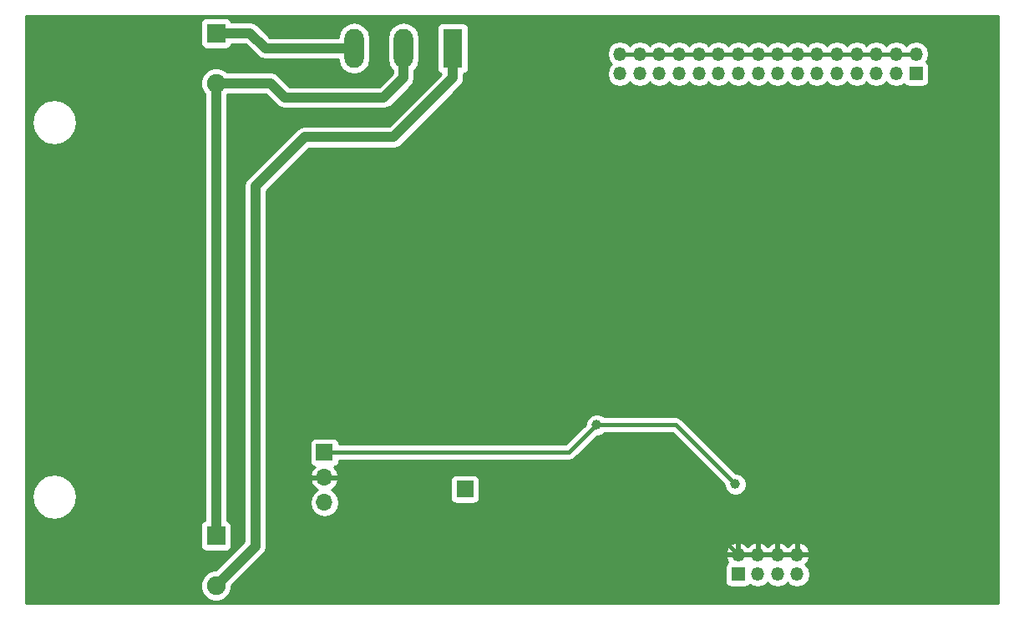
<source format=gbl>
G04 #@! TF.FileFunction,Copper,L2,Bot,Signal*
%FSLAX46Y46*%
G04 Gerber Fmt 4.6, Leading zero omitted, Abs format (unit mm)*
G04 Created by KiCad (PCBNEW 4.0.6) date 01/22/18 19:18:38*
%MOMM*%
%LPD*%
G01*
G04 APERTURE LIST*
%ADD10C,0.100000*%
%ADD11R,1.350000X1.350000*%
%ADD12O,1.350000X1.350000*%
%ADD13R,1.980000X3.960000*%
%ADD14O,1.980000X3.960000*%
%ADD15R,1.905000X1.905000*%
%ADD16C,1.905000*%
%ADD17R,1.700000X1.700000*%
%ADD18O,1.700000X1.700000*%
%ADD19C,1.000000*%
%ADD20C,0.400000*%
%ADD21C,1.000000*%
%ADD22C,0.254000*%
G04 APERTURE END LIST*
D10*
D11*
X234950000Y-99568000D03*
D12*
X234950000Y-97568000D03*
X232950000Y-99568000D03*
X232950000Y-97568000D03*
X230950000Y-99568000D03*
X230950000Y-97568000D03*
X228950000Y-99568000D03*
X228950000Y-97568000D03*
X226950000Y-99568000D03*
X226950000Y-97568000D03*
X224950000Y-99568000D03*
X224950000Y-97568000D03*
X222950000Y-99568000D03*
X222950000Y-97568000D03*
X220950000Y-99568000D03*
X220950000Y-97568000D03*
X218950000Y-99568000D03*
X218950000Y-97568000D03*
X216950000Y-99568000D03*
X216950000Y-97568000D03*
X214950000Y-99568000D03*
X214950000Y-97568000D03*
X212950000Y-99568000D03*
X212950000Y-97568000D03*
X210950000Y-99568000D03*
X210950000Y-97568000D03*
X208950000Y-99568000D03*
X208950000Y-97568000D03*
X206950000Y-99568000D03*
X206950000Y-97568000D03*
X204950000Y-99568000D03*
X204950000Y-97568000D03*
D11*
X216916000Y-150368000D03*
D12*
X216916000Y-148368000D03*
X218916000Y-150368000D03*
X218916000Y-148368000D03*
X220916000Y-150368000D03*
X220916000Y-148368000D03*
X222916000Y-150368000D03*
X222916000Y-148368000D03*
D13*
X188000000Y-97000000D03*
D14*
X183000000Y-97000000D03*
X178000000Y-97000000D03*
D15*
X164000000Y-95460000D03*
D16*
X164000000Y-100540000D03*
D15*
X164000000Y-146460000D03*
D16*
X164000000Y-151540000D03*
D17*
X189230000Y-141732000D03*
X175000000Y-138000000D03*
D18*
X175000000Y-140540000D03*
X175000000Y-143080000D03*
D19*
X189250000Y-129750000D03*
X185750000Y-135750000D03*
X200100000Y-140300000D03*
X224282000Y-142494000D03*
X224282000Y-139954000D03*
X208534000Y-145542000D03*
X216650000Y-141224000D03*
X202600000Y-135200000D03*
D20*
X185750000Y-133250000D02*
X185750000Y-135750000D01*
X189250000Y-129750000D02*
X185750000Y-133250000D01*
X172750000Y-138250000D02*
X172750000Y-139750000D01*
X173540000Y-140540000D02*
X175000000Y-140540000D01*
X172750000Y-139750000D02*
X173540000Y-140540000D01*
X172750000Y-136500000D02*
X172750000Y-138250000D01*
X172750000Y-138250000D02*
X172750000Y-138290000D01*
X173500000Y-135750000D02*
X172750000Y-136500000D01*
X175250000Y-135750000D02*
X173500000Y-135750000D01*
X175250000Y-135750000D02*
X175250000Y-135750000D01*
X185750000Y-135750000D02*
X175250000Y-135750000D01*
X205342000Y-145542000D02*
X208534000Y-145542000D01*
X200100000Y-140300000D02*
X205342000Y-145542000D01*
X224282000Y-142494000D02*
X224282000Y-142240000D01*
X222916000Y-143860000D02*
X222916000Y-148368000D01*
X224282000Y-142494000D02*
X222916000Y-143860000D01*
X224282000Y-139954000D02*
X224282000Y-142240000D01*
X224282000Y-142240000D02*
X224282000Y-142494000D01*
X210312000Y-145796000D02*
X214344000Y-145796000D01*
X208534000Y-145542000D02*
X208788000Y-145796000D01*
X208788000Y-145796000D02*
X210312000Y-145796000D01*
X214344000Y-145796000D02*
X216916000Y-148368000D01*
X175000000Y-138000000D02*
X199800000Y-138000000D01*
X199800000Y-138000000D02*
X202600000Y-135200000D01*
X210626000Y-135200000D02*
X202600000Y-135200000D01*
X210626000Y-135200000D02*
X216650000Y-141224000D01*
X232950000Y-97568000D02*
X234950000Y-97568000D01*
X230950000Y-97568000D02*
X232950000Y-97568000D01*
X228950000Y-97568000D02*
X230950000Y-97568000D01*
X226950000Y-97568000D02*
X228950000Y-97568000D01*
X224950000Y-97568000D02*
X226950000Y-97568000D01*
X222950000Y-97568000D02*
X224950000Y-97568000D01*
X220950000Y-97568000D02*
X222950000Y-97568000D01*
X218950000Y-97568000D02*
X220950000Y-97568000D01*
X216950000Y-97568000D02*
X218950000Y-97568000D01*
X214950000Y-97568000D02*
X216950000Y-97568000D01*
X212950000Y-97568000D02*
X214950000Y-97568000D01*
X210950000Y-97568000D02*
X212950000Y-97568000D01*
X208950000Y-97568000D02*
X210950000Y-97568000D01*
X206950000Y-97568000D02*
X208950000Y-97568000D01*
X204950000Y-97568000D02*
X206950000Y-97568000D01*
D21*
X188000000Y-97000000D02*
X188000000Y-100000000D01*
X168000000Y-147540000D02*
X164000000Y-151540000D01*
X168000000Y-111000000D02*
X168000000Y-147540000D01*
X173000000Y-106000000D02*
X168000000Y-111000000D01*
X182000000Y-106000000D02*
X173000000Y-106000000D01*
X188000000Y-100000000D02*
X182000000Y-106000000D01*
X183000000Y-97000000D02*
X183000000Y-100000000D01*
X169540000Y-100540000D02*
X164000000Y-100540000D01*
X171000000Y-102000000D02*
X169540000Y-100540000D01*
X181000000Y-102000000D02*
X171000000Y-102000000D01*
X183000000Y-100000000D02*
X181000000Y-102000000D01*
X164000000Y-100540000D02*
X164000000Y-146460000D01*
X178000000Y-97000000D02*
X169000000Y-97000000D01*
X167460000Y-95460000D02*
X164000000Y-95460000D01*
X169000000Y-97000000D02*
X167460000Y-95460000D01*
D22*
G36*
X243290000Y-153290000D02*
X144710000Y-153290000D01*
X144710000Y-151854388D01*
X162412225Y-151854388D01*
X162653398Y-152438072D01*
X163099579Y-152885032D01*
X163682841Y-153127224D01*
X164314388Y-153127775D01*
X164898072Y-152886602D01*
X165345032Y-152440421D01*
X165587224Y-151857159D01*
X165587485Y-151557647D01*
X167452132Y-149693000D01*
X215593560Y-149693000D01*
X215593560Y-151043000D01*
X215637838Y-151278317D01*
X215776910Y-151494441D01*
X215989110Y-151639431D01*
X216241000Y-151690440D01*
X217591000Y-151690440D01*
X217826317Y-151646162D01*
X218042441Y-151507090D01*
X218113683Y-151402823D01*
X218414685Y-151603946D01*
X218916000Y-151703664D01*
X219417315Y-151603946D01*
X219842310Y-151319974D01*
X219916000Y-151209689D01*
X219989690Y-151319974D01*
X220414685Y-151603946D01*
X220916000Y-151703664D01*
X221417315Y-151603946D01*
X221842310Y-151319974D01*
X221916000Y-151209689D01*
X221989690Y-151319974D01*
X222414685Y-151603946D01*
X222916000Y-151703664D01*
X223417315Y-151603946D01*
X223842310Y-151319974D01*
X224126282Y-150894979D01*
X224226000Y-150393664D01*
X224226000Y-150342336D01*
X224126282Y-149841021D01*
X223842310Y-149416026D01*
X223744490Y-149350665D01*
X223961349Y-149157540D01*
X224183920Y-148697402D01*
X224061090Y-148495000D01*
X223043000Y-148495000D01*
X223043000Y-148515000D01*
X222789000Y-148515000D01*
X222789000Y-148495000D01*
X221043000Y-148495000D01*
X221043000Y-148515000D01*
X220789000Y-148515000D01*
X220789000Y-148495000D01*
X219043000Y-148495000D01*
X219043000Y-148515000D01*
X218789000Y-148515000D01*
X218789000Y-148495000D01*
X217043000Y-148495000D01*
X217043000Y-148515000D01*
X216789000Y-148515000D01*
X216789000Y-148495000D01*
X215770910Y-148495000D01*
X215648080Y-148697402D01*
X215870651Y-149157540D01*
X215883160Y-149168680D01*
X215789559Y-149228910D01*
X215644569Y-149441110D01*
X215593560Y-149693000D01*
X167452132Y-149693000D01*
X168802566Y-148342566D01*
X168870430Y-148241000D01*
X169005671Y-148038598D01*
X215648080Y-148038598D01*
X215770910Y-148241000D01*
X216789000Y-148241000D01*
X216789000Y-147223776D01*
X217043000Y-147223776D01*
X217043000Y-148241000D01*
X218789000Y-148241000D01*
X218789000Y-147223776D01*
X219043000Y-147223776D01*
X219043000Y-148241000D01*
X220789000Y-148241000D01*
X220789000Y-147223776D01*
X221043000Y-147223776D01*
X221043000Y-148241000D01*
X222789000Y-148241000D01*
X222789000Y-147223776D01*
X223043000Y-147223776D01*
X223043000Y-148241000D01*
X224061090Y-148241000D01*
X224183920Y-148038598D01*
X223961349Y-147578460D01*
X223579633Y-147238522D01*
X223245400Y-147100090D01*
X223043000Y-147223776D01*
X222789000Y-147223776D01*
X222586600Y-147100090D01*
X222252367Y-147238522D01*
X221916000Y-147538074D01*
X221579633Y-147238522D01*
X221245400Y-147100090D01*
X221043000Y-147223776D01*
X220789000Y-147223776D01*
X220586600Y-147100090D01*
X220252367Y-147238522D01*
X219916000Y-147538074D01*
X219579633Y-147238522D01*
X219245400Y-147100090D01*
X219043000Y-147223776D01*
X218789000Y-147223776D01*
X218586600Y-147100090D01*
X218252367Y-147238522D01*
X217916000Y-147538074D01*
X217579633Y-147238522D01*
X217245400Y-147100090D01*
X217043000Y-147223776D01*
X216789000Y-147223776D01*
X216586600Y-147100090D01*
X216252367Y-147238522D01*
X215870651Y-147578460D01*
X215648080Y-148038598D01*
X169005671Y-148038598D01*
X169048603Y-147974346D01*
X169135000Y-147540000D01*
X169135000Y-143080000D01*
X173485907Y-143080000D01*
X173598946Y-143648285D01*
X173920853Y-144130054D01*
X174402622Y-144451961D01*
X174970907Y-144565000D01*
X175029093Y-144565000D01*
X175597378Y-144451961D01*
X176079147Y-144130054D01*
X176401054Y-143648285D01*
X176514093Y-143080000D01*
X176401054Y-142511715D01*
X176079147Y-142029946D01*
X175738447Y-141802298D01*
X175881358Y-141735183D01*
X176271645Y-141306924D01*
X176441476Y-140896890D01*
X176433619Y-140882000D01*
X187732560Y-140882000D01*
X187732560Y-142582000D01*
X187776838Y-142817317D01*
X187915910Y-143033441D01*
X188128110Y-143178431D01*
X188380000Y-143229440D01*
X190080000Y-143229440D01*
X190315317Y-143185162D01*
X190531441Y-143046090D01*
X190676431Y-142833890D01*
X190727440Y-142582000D01*
X190727440Y-140882000D01*
X190683162Y-140646683D01*
X190544090Y-140430559D01*
X190331890Y-140285569D01*
X190080000Y-140234560D01*
X188380000Y-140234560D01*
X188144683Y-140278838D01*
X187928559Y-140417910D01*
X187783569Y-140630110D01*
X187732560Y-140882000D01*
X176433619Y-140882000D01*
X176320155Y-140667000D01*
X175127000Y-140667000D01*
X175127000Y-140687000D01*
X174873000Y-140687000D01*
X174873000Y-140667000D01*
X173679845Y-140667000D01*
X173558524Y-140896890D01*
X173728355Y-141306924D01*
X174118642Y-141735183D01*
X174261553Y-141802298D01*
X173920853Y-142029946D01*
X173598946Y-142511715D01*
X173485907Y-143080000D01*
X169135000Y-143080000D01*
X169135000Y-137150000D01*
X173502560Y-137150000D01*
X173502560Y-138850000D01*
X173546838Y-139085317D01*
X173685910Y-139301441D01*
X173898110Y-139446431D01*
X174006107Y-139468301D01*
X173728355Y-139773076D01*
X173558524Y-140183110D01*
X173679845Y-140413000D01*
X174873000Y-140413000D01*
X174873000Y-140393000D01*
X175127000Y-140393000D01*
X175127000Y-140413000D01*
X176320155Y-140413000D01*
X176441476Y-140183110D01*
X176271645Y-139773076D01*
X175995499Y-139470063D01*
X176085317Y-139453162D01*
X176301441Y-139314090D01*
X176446431Y-139101890D01*
X176497440Y-138850000D01*
X176497440Y-138835000D01*
X199800000Y-138835000D01*
X200119541Y-138771439D01*
X200390434Y-138590434D01*
X202645827Y-136335041D01*
X202824775Y-136335197D01*
X203242086Y-136162767D01*
X203370076Y-136035000D01*
X210280132Y-136035000D01*
X215514959Y-141269828D01*
X215514803Y-141448775D01*
X215687233Y-141866086D01*
X216006235Y-142185645D01*
X216423244Y-142358803D01*
X216874775Y-142359197D01*
X217292086Y-142186767D01*
X217611645Y-141867765D01*
X217784803Y-141450756D01*
X217785197Y-140999225D01*
X217612767Y-140581914D01*
X217293765Y-140262355D01*
X216876756Y-140089197D01*
X216695908Y-140089039D01*
X211216434Y-134609566D01*
X211139131Y-134557914D01*
X210945541Y-134428561D01*
X210626000Y-134365000D01*
X203370189Y-134365000D01*
X203243765Y-134238355D01*
X202826756Y-134065197D01*
X202375225Y-134064803D01*
X201957914Y-134237233D01*
X201638355Y-134556235D01*
X201465197Y-134973244D01*
X201465039Y-135154093D01*
X199454132Y-137165000D01*
X176497440Y-137165000D01*
X176497440Y-137150000D01*
X176453162Y-136914683D01*
X176314090Y-136698559D01*
X176101890Y-136553569D01*
X175850000Y-136502560D01*
X174150000Y-136502560D01*
X173914683Y-136546838D01*
X173698559Y-136685910D01*
X173553569Y-136898110D01*
X173502560Y-137150000D01*
X169135000Y-137150000D01*
X169135000Y-111470132D01*
X173470132Y-107135000D01*
X182000000Y-107135000D01*
X182434346Y-107048603D01*
X182802566Y-106802566D01*
X188802566Y-100802566D01*
X189048603Y-100434346D01*
X189086664Y-100243000D01*
X189135000Y-100000000D01*
X189135000Y-99600156D01*
X189225317Y-99583162D01*
X189441441Y-99444090D01*
X189586431Y-99231890D01*
X189637440Y-98980000D01*
X189637440Y-97542336D01*
X203640000Y-97542336D01*
X203640000Y-97593664D01*
X203739718Y-98094979D01*
X204023690Y-98519974D01*
X204095566Y-98568000D01*
X204023690Y-98616026D01*
X203739718Y-99041021D01*
X203640000Y-99542336D01*
X203640000Y-99593664D01*
X203739718Y-100094979D01*
X204023690Y-100519974D01*
X204448685Y-100803946D01*
X204950000Y-100903664D01*
X205451315Y-100803946D01*
X205876310Y-100519974D01*
X205950000Y-100409689D01*
X206023690Y-100519974D01*
X206448685Y-100803946D01*
X206950000Y-100903664D01*
X207451315Y-100803946D01*
X207876310Y-100519974D01*
X207950000Y-100409689D01*
X208023690Y-100519974D01*
X208448685Y-100803946D01*
X208950000Y-100903664D01*
X209451315Y-100803946D01*
X209876310Y-100519974D01*
X209950000Y-100409689D01*
X210023690Y-100519974D01*
X210448685Y-100803946D01*
X210950000Y-100903664D01*
X211451315Y-100803946D01*
X211876310Y-100519974D01*
X211950000Y-100409689D01*
X212023690Y-100519974D01*
X212448685Y-100803946D01*
X212950000Y-100903664D01*
X213451315Y-100803946D01*
X213876310Y-100519974D01*
X213950000Y-100409689D01*
X214023690Y-100519974D01*
X214448685Y-100803946D01*
X214950000Y-100903664D01*
X215451315Y-100803946D01*
X215876310Y-100519974D01*
X215950000Y-100409689D01*
X216023690Y-100519974D01*
X216448685Y-100803946D01*
X216950000Y-100903664D01*
X217451315Y-100803946D01*
X217876310Y-100519974D01*
X217950000Y-100409689D01*
X218023690Y-100519974D01*
X218448685Y-100803946D01*
X218950000Y-100903664D01*
X219451315Y-100803946D01*
X219876310Y-100519974D01*
X219950000Y-100409689D01*
X220023690Y-100519974D01*
X220448685Y-100803946D01*
X220950000Y-100903664D01*
X221451315Y-100803946D01*
X221876310Y-100519974D01*
X221950000Y-100409689D01*
X222023690Y-100519974D01*
X222448685Y-100803946D01*
X222950000Y-100903664D01*
X223451315Y-100803946D01*
X223876310Y-100519974D01*
X223950000Y-100409689D01*
X224023690Y-100519974D01*
X224448685Y-100803946D01*
X224950000Y-100903664D01*
X225451315Y-100803946D01*
X225876310Y-100519974D01*
X225950000Y-100409689D01*
X226023690Y-100519974D01*
X226448685Y-100803946D01*
X226950000Y-100903664D01*
X227451315Y-100803946D01*
X227876310Y-100519974D01*
X227950000Y-100409689D01*
X228023690Y-100519974D01*
X228448685Y-100803946D01*
X228950000Y-100903664D01*
X229451315Y-100803946D01*
X229876310Y-100519974D01*
X229950000Y-100409689D01*
X230023690Y-100519974D01*
X230448685Y-100803946D01*
X230950000Y-100903664D01*
X231451315Y-100803946D01*
X231876310Y-100519974D01*
X231950000Y-100409689D01*
X232023690Y-100519974D01*
X232448685Y-100803946D01*
X232950000Y-100903664D01*
X233451315Y-100803946D01*
X233752064Y-100602992D01*
X233810910Y-100694441D01*
X234023110Y-100839431D01*
X234275000Y-100890440D01*
X235625000Y-100890440D01*
X235860317Y-100846162D01*
X236076441Y-100707090D01*
X236221431Y-100494890D01*
X236272440Y-100243000D01*
X236272440Y-98893000D01*
X236228162Y-98657683D01*
X236089090Y-98441559D01*
X235978977Y-98366322D01*
X236160282Y-98094979D01*
X236260000Y-97593664D01*
X236260000Y-97542336D01*
X236160282Y-97041021D01*
X235876310Y-96616026D01*
X235451315Y-96332054D01*
X234950000Y-96232336D01*
X234448685Y-96332054D01*
X234023690Y-96616026D01*
X233950000Y-96726311D01*
X233876310Y-96616026D01*
X233451315Y-96332054D01*
X232950000Y-96232336D01*
X232448685Y-96332054D01*
X232023690Y-96616026D01*
X231950000Y-96726311D01*
X231876310Y-96616026D01*
X231451315Y-96332054D01*
X230950000Y-96232336D01*
X230448685Y-96332054D01*
X230023690Y-96616026D01*
X229950000Y-96726311D01*
X229876310Y-96616026D01*
X229451315Y-96332054D01*
X228950000Y-96232336D01*
X228448685Y-96332054D01*
X228023690Y-96616026D01*
X227950000Y-96726311D01*
X227876310Y-96616026D01*
X227451315Y-96332054D01*
X226950000Y-96232336D01*
X226448685Y-96332054D01*
X226023690Y-96616026D01*
X225950000Y-96726311D01*
X225876310Y-96616026D01*
X225451315Y-96332054D01*
X224950000Y-96232336D01*
X224448685Y-96332054D01*
X224023690Y-96616026D01*
X223950000Y-96726311D01*
X223876310Y-96616026D01*
X223451315Y-96332054D01*
X222950000Y-96232336D01*
X222448685Y-96332054D01*
X222023690Y-96616026D01*
X221950000Y-96726311D01*
X221876310Y-96616026D01*
X221451315Y-96332054D01*
X220950000Y-96232336D01*
X220448685Y-96332054D01*
X220023690Y-96616026D01*
X219950000Y-96726311D01*
X219876310Y-96616026D01*
X219451315Y-96332054D01*
X218950000Y-96232336D01*
X218448685Y-96332054D01*
X218023690Y-96616026D01*
X217950000Y-96726311D01*
X217876310Y-96616026D01*
X217451315Y-96332054D01*
X216950000Y-96232336D01*
X216448685Y-96332054D01*
X216023690Y-96616026D01*
X215950000Y-96726311D01*
X215876310Y-96616026D01*
X215451315Y-96332054D01*
X214950000Y-96232336D01*
X214448685Y-96332054D01*
X214023690Y-96616026D01*
X213950000Y-96726311D01*
X213876310Y-96616026D01*
X213451315Y-96332054D01*
X212950000Y-96232336D01*
X212448685Y-96332054D01*
X212023690Y-96616026D01*
X211950000Y-96726311D01*
X211876310Y-96616026D01*
X211451315Y-96332054D01*
X210950000Y-96232336D01*
X210448685Y-96332054D01*
X210023690Y-96616026D01*
X209950000Y-96726311D01*
X209876310Y-96616026D01*
X209451315Y-96332054D01*
X208950000Y-96232336D01*
X208448685Y-96332054D01*
X208023690Y-96616026D01*
X207950000Y-96726311D01*
X207876310Y-96616026D01*
X207451315Y-96332054D01*
X206950000Y-96232336D01*
X206448685Y-96332054D01*
X206023690Y-96616026D01*
X205950000Y-96726311D01*
X205876310Y-96616026D01*
X205451315Y-96332054D01*
X204950000Y-96232336D01*
X204448685Y-96332054D01*
X204023690Y-96616026D01*
X203739718Y-97041021D01*
X203640000Y-97542336D01*
X189637440Y-97542336D01*
X189637440Y-95020000D01*
X189593162Y-94784683D01*
X189454090Y-94568559D01*
X189241890Y-94423569D01*
X188990000Y-94372560D01*
X187010000Y-94372560D01*
X186774683Y-94416838D01*
X186558559Y-94555910D01*
X186413569Y-94768110D01*
X186362560Y-95020000D01*
X186362560Y-98980000D01*
X186406838Y-99215317D01*
X186545910Y-99431441D01*
X186758110Y-99576431D01*
X186808278Y-99586590D01*
X181529868Y-104865000D01*
X173000000Y-104865000D01*
X172565654Y-104951397D01*
X172299366Y-105129325D01*
X172197434Y-105197434D01*
X167197434Y-110197434D01*
X166951397Y-110565654D01*
X166865000Y-111000000D01*
X166865000Y-147069868D01*
X163982384Y-149952484D01*
X163685612Y-149952225D01*
X163101928Y-150193398D01*
X162654968Y-150639579D01*
X162412776Y-151222841D01*
X162412225Y-151854388D01*
X144710000Y-151854388D01*
X144710000Y-145507500D01*
X162400060Y-145507500D01*
X162400060Y-147412500D01*
X162444338Y-147647817D01*
X162583410Y-147863941D01*
X162795610Y-148008931D01*
X163047500Y-148059940D01*
X164952500Y-148059940D01*
X165187817Y-148015662D01*
X165403941Y-147876590D01*
X165548931Y-147664390D01*
X165599940Y-147412500D01*
X165599940Y-145507500D01*
X165555662Y-145272183D01*
X165416590Y-145056059D01*
X165204390Y-144911069D01*
X165135000Y-144897017D01*
X165135000Y-101675000D01*
X169069868Y-101675000D01*
X170197434Y-102802566D01*
X170565654Y-103048603D01*
X171000000Y-103135000D01*
X181000000Y-103135000D01*
X181434346Y-103048603D01*
X181802566Y-102802566D01*
X183802566Y-100802566D01*
X183991388Y-100519974D01*
X184048603Y-100434346D01*
X184135000Y-100000000D01*
X184135000Y-99199667D01*
X184149049Y-99190280D01*
X184501304Y-98663092D01*
X184625000Y-98041231D01*
X184625000Y-95958769D01*
X184501304Y-95336908D01*
X184149049Y-94809720D01*
X183621861Y-94457465D01*
X183000000Y-94333769D01*
X182378139Y-94457465D01*
X181850951Y-94809720D01*
X181498696Y-95336908D01*
X181375000Y-95958769D01*
X181375000Y-98041231D01*
X181498696Y-98663092D01*
X181850951Y-99190280D01*
X181865000Y-99199667D01*
X181865000Y-99529868D01*
X180529868Y-100865000D01*
X171470132Y-100865000D01*
X170342566Y-99737434D01*
X170199631Y-99641928D01*
X169974346Y-99491397D01*
X169540000Y-99405000D01*
X165110087Y-99405000D01*
X164900421Y-99194968D01*
X164317159Y-98952776D01*
X163685612Y-98952225D01*
X163101928Y-99193398D01*
X162654968Y-99639579D01*
X162412776Y-100222841D01*
X162412225Y-100854388D01*
X162653398Y-101438072D01*
X162865000Y-101650043D01*
X162865000Y-144894400D01*
X162812183Y-144904338D01*
X162596059Y-145043410D01*
X162451069Y-145255610D01*
X162400060Y-145507500D01*
X144710000Y-145507500D01*
X144710000Y-142500000D01*
X145290000Y-142500000D01*
X145465838Y-143383999D01*
X145966583Y-144133417D01*
X146716001Y-144634162D01*
X147600000Y-144810000D01*
X148483999Y-144634162D01*
X149233417Y-144133417D01*
X149734162Y-143383999D01*
X149910000Y-142500000D01*
X149734162Y-141616001D01*
X149233417Y-140866583D01*
X148483999Y-140365838D01*
X147600000Y-140190000D01*
X146716001Y-140365838D01*
X145966583Y-140866583D01*
X145465838Y-141616001D01*
X145290000Y-142500000D01*
X144710000Y-142500000D01*
X144710000Y-104500000D01*
X145290000Y-104500000D01*
X145465838Y-105383999D01*
X145966583Y-106133417D01*
X146716001Y-106634162D01*
X147600000Y-106810000D01*
X148483999Y-106634162D01*
X149233417Y-106133417D01*
X149734162Y-105383999D01*
X149910000Y-104500000D01*
X149734162Y-103616001D01*
X149233417Y-102866583D01*
X148483999Y-102365838D01*
X147600000Y-102190000D01*
X146716001Y-102365838D01*
X145966583Y-102866583D01*
X145465838Y-103616001D01*
X145290000Y-104500000D01*
X144710000Y-104500000D01*
X144710000Y-94507500D01*
X162400060Y-94507500D01*
X162400060Y-96412500D01*
X162444338Y-96647817D01*
X162583410Y-96863941D01*
X162795610Y-97008931D01*
X163047500Y-97059940D01*
X164952500Y-97059940D01*
X165187817Y-97015662D01*
X165403941Y-96876590D01*
X165548931Y-96664390D01*
X165562983Y-96595000D01*
X166989868Y-96595000D01*
X168197434Y-97802566D01*
X168565654Y-98048603D01*
X169000000Y-98135000D01*
X176393652Y-98135000D01*
X176498696Y-98663092D01*
X176850951Y-99190280D01*
X177378139Y-99542535D01*
X178000000Y-99666231D01*
X178621861Y-99542535D01*
X179149049Y-99190280D01*
X179501304Y-98663092D01*
X179625000Y-98041231D01*
X179625000Y-95958769D01*
X179501304Y-95336908D01*
X179149049Y-94809720D01*
X178621861Y-94457465D01*
X178000000Y-94333769D01*
X177378139Y-94457465D01*
X176850951Y-94809720D01*
X176498696Y-95336908D01*
X176393652Y-95865000D01*
X169470132Y-95865000D01*
X168262566Y-94657434D01*
X168129555Y-94568559D01*
X167894346Y-94411397D01*
X167460000Y-94325000D01*
X165565600Y-94325000D01*
X165555662Y-94272183D01*
X165416590Y-94056059D01*
X165204390Y-93911069D01*
X164952500Y-93860060D01*
X163047500Y-93860060D01*
X162812183Y-93904338D01*
X162596059Y-94043410D01*
X162451069Y-94255610D01*
X162400060Y-94507500D01*
X144710000Y-94507500D01*
X144710000Y-93710000D01*
X243290000Y-93710000D01*
X243290000Y-153290000D01*
X243290000Y-153290000D01*
G37*
X243290000Y-153290000D02*
X144710000Y-153290000D01*
X144710000Y-151854388D01*
X162412225Y-151854388D01*
X162653398Y-152438072D01*
X163099579Y-152885032D01*
X163682841Y-153127224D01*
X164314388Y-153127775D01*
X164898072Y-152886602D01*
X165345032Y-152440421D01*
X165587224Y-151857159D01*
X165587485Y-151557647D01*
X167452132Y-149693000D01*
X215593560Y-149693000D01*
X215593560Y-151043000D01*
X215637838Y-151278317D01*
X215776910Y-151494441D01*
X215989110Y-151639431D01*
X216241000Y-151690440D01*
X217591000Y-151690440D01*
X217826317Y-151646162D01*
X218042441Y-151507090D01*
X218113683Y-151402823D01*
X218414685Y-151603946D01*
X218916000Y-151703664D01*
X219417315Y-151603946D01*
X219842310Y-151319974D01*
X219916000Y-151209689D01*
X219989690Y-151319974D01*
X220414685Y-151603946D01*
X220916000Y-151703664D01*
X221417315Y-151603946D01*
X221842310Y-151319974D01*
X221916000Y-151209689D01*
X221989690Y-151319974D01*
X222414685Y-151603946D01*
X222916000Y-151703664D01*
X223417315Y-151603946D01*
X223842310Y-151319974D01*
X224126282Y-150894979D01*
X224226000Y-150393664D01*
X224226000Y-150342336D01*
X224126282Y-149841021D01*
X223842310Y-149416026D01*
X223744490Y-149350665D01*
X223961349Y-149157540D01*
X224183920Y-148697402D01*
X224061090Y-148495000D01*
X223043000Y-148495000D01*
X223043000Y-148515000D01*
X222789000Y-148515000D01*
X222789000Y-148495000D01*
X221043000Y-148495000D01*
X221043000Y-148515000D01*
X220789000Y-148515000D01*
X220789000Y-148495000D01*
X219043000Y-148495000D01*
X219043000Y-148515000D01*
X218789000Y-148515000D01*
X218789000Y-148495000D01*
X217043000Y-148495000D01*
X217043000Y-148515000D01*
X216789000Y-148515000D01*
X216789000Y-148495000D01*
X215770910Y-148495000D01*
X215648080Y-148697402D01*
X215870651Y-149157540D01*
X215883160Y-149168680D01*
X215789559Y-149228910D01*
X215644569Y-149441110D01*
X215593560Y-149693000D01*
X167452132Y-149693000D01*
X168802566Y-148342566D01*
X168870430Y-148241000D01*
X169005671Y-148038598D01*
X215648080Y-148038598D01*
X215770910Y-148241000D01*
X216789000Y-148241000D01*
X216789000Y-147223776D01*
X217043000Y-147223776D01*
X217043000Y-148241000D01*
X218789000Y-148241000D01*
X218789000Y-147223776D01*
X219043000Y-147223776D01*
X219043000Y-148241000D01*
X220789000Y-148241000D01*
X220789000Y-147223776D01*
X221043000Y-147223776D01*
X221043000Y-148241000D01*
X222789000Y-148241000D01*
X222789000Y-147223776D01*
X223043000Y-147223776D01*
X223043000Y-148241000D01*
X224061090Y-148241000D01*
X224183920Y-148038598D01*
X223961349Y-147578460D01*
X223579633Y-147238522D01*
X223245400Y-147100090D01*
X223043000Y-147223776D01*
X222789000Y-147223776D01*
X222586600Y-147100090D01*
X222252367Y-147238522D01*
X221916000Y-147538074D01*
X221579633Y-147238522D01*
X221245400Y-147100090D01*
X221043000Y-147223776D01*
X220789000Y-147223776D01*
X220586600Y-147100090D01*
X220252367Y-147238522D01*
X219916000Y-147538074D01*
X219579633Y-147238522D01*
X219245400Y-147100090D01*
X219043000Y-147223776D01*
X218789000Y-147223776D01*
X218586600Y-147100090D01*
X218252367Y-147238522D01*
X217916000Y-147538074D01*
X217579633Y-147238522D01*
X217245400Y-147100090D01*
X217043000Y-147223776D01*
X216789000Y-147223776D01*
X216586600Y-147100090D01*
X216252367Y-147238522D01*
X215870651Y-147578460D01*
X215648080Y-148038598D01*
X169005671Y-148038598D01*
X169048603Y-147974346D01*
X169135000Y-147540000D01*
X169135000Y-143080000D01*
X173485907Y-143080000D01*
X173598946Y-143648285D01*
X173920853Y-144130054D01*
X174402622Y-144451961D01*
X174970907Y-144565000D01*
X175029093Y-144565000D01*
X175597378Y-144451961D01*
X176079147Y-144130054D01*
X176401054Y-143648285D01*
X176514093Y-143080000D01*
X176401054Y-142511715D01*
X176079147Y-142029946D01*
X175738447Y-141802298D01*
X175881358Y-141735183D01*
X176271645Y-141306924D01*
X176441476Y-140896890D01*
X176433619Y-140882000D01*
X187732560Y-140882000D01*
X187732560Y-142582000D01*
X187776838Y-142817317D01*
X187915910Y-143033441D01*
X188128110Y-143178431D01*
X188380000Y-143229440D01*
X190080000Y-143229440D01*
X190315317Y-143185162D01*
X190531441Y-143046090D01*
X190676431Y-142833890D01*
X190727440Y-142582000D01*
X190727440Y-140882000D01*
X190683162Y-140646683D01*
X190544090Y-140430559D01*
X190331890Y-140285569D01*
X190080000Y-140234560D01*
X188380000Y-140234560D01*
X188144683Y-140278838D01*
X187928559Y-140417910D01*
X187783569Y-140630110D01*
X187732560Y-140882000D01*
X176433619Y-140882000D01*
X176320155Y-140667000D01*
X175127000Y-140667000D01*
X175127000Y-140687000D01*
X174873000Y-140687000D01*
X174873000Y-140667000D01*
X173679845Y-140667000D01*
X173558524Y-140896890D01*
X173728355Y-141306924D01*
X174118642Y-141735183D01*
X174261553Y-141802298D01*
X173920853Y-142029946D01*
X173598946Y-142511715D01*
X173485907Y-143080000D01*
X169135000Y-143080000D01*
X169135000Y-137150000D01*
X173502560Y-137150000D01*
X173502560Y-138850000D01*
X173546838Y-139085317D01*
X173685910Y-139301441D01*
X173898110Y-139446431D01*
X174006107Y-139468301D01*
X173728355Y-139773076D01*
X173558524Y-140183110D01*
X173679845Y-140413000D01*
X174873000Y-140413000D01*
X174873000Y-140393000D01*
X175127000Y-140393000D01*
X175127000Y-140413000D01*
X176320155Y-140413000D01*
X176441476Y-140183110D01*
X176271645Y-139773076D01*
X175995499Y-139470063D01*
X176085317Y-139453162D01*
X176301441Y-139314090D01*
X176446431Y-139101890D01*
X176497440Y-138850000D01*
X176497440Y-138835000D01*
X199800000Y-138835000D01*
X200119541Y-138771439D01*
X200390434Y-138590434D01*
X202645827Y-136335041D01*
X202824775Y-136335197D01*
X203242086Y-136162767D01*
X203370076Y-136035000D01*
X210280132Y-136035000D01*
X215514959Y-141269828D01*
X215514803Y-141448775D01*
X215687233Y-141866086D01*
X216006235Y-142185645D01*
X216423244Y-142358803D01*
X216874775Y-142359197D01*
X217292086Y-142186767D01*
X217611645Y-141867765D01*
X217784803Y-141450756D01*
X217785197Y-140999225D01*
X217612767Y-140581914D01*
X217293765Y-140262355D01*
X216876756Y-140089197D01*
X216695908Y-140089039D01*
X211216434Y-134609566D01*
X211139131Y-134557914D01*
X210945541Y-134428561D01*
X210626000Y-134365000D01*
X203370189Y-134365000D01*
X203243765Y-134238355D01*
X202826756Y-134065197D01*
X202375225Y-134064803D01*
X201957914Y-134237233D01*
X201638355Y-134556235D01*
X201465197Y-134973244D01*
X201465039Y-135154093D01*
X199454132Y-137165000D01*
X176497440Y-137165000D01*
X176497440Y-137150000D01*
X176453162Y-136914683D01*
X176314090Y-136698559D01*
X176101890Y-136553569D01*
X175850000Y-136502560D01*
X174150000Y-136502560D01*
X173914683Y-136546838D01*
X173698559Y-136685910D01*
X173553569Y-136898110D01*
X173502560Y-137150000D01*
X169135000Y-137150000D01*
X169135000Y-111470132D01*
X173470132Y-107135000D01*
X182000000Y-107135000D01*
X182434346Y-107048603D01*
X182802566Y-106802566D01*
X188802566Y-100802566D01*
X189048603Y-100434346D01*
X189086664Y-100243000D01*
X189135000Y-100000000D01*
X189135000Y-99600156D01*
X189225317Y-99583162D01*
X189441441Y-99444090D01*
X189586431Y-99231890D01*
X189637440Y-98980000D01*
X189637440Y-97542336D01*
X203640000Y-97542336D01*
X203640000Y-97593664D01*
X203739718Y-98094979D01*
X204023690Y-98519974D01*
X204095566Y-98568000D01*
X204023690Y-98616026D01*
X203739718Y-99041021D01*
X203640000Y-99542336D01*
X203640000Y-99593664D01*
X203739718Y-100094979D01*
X204023690Y-100519974D01*
X204448685Y-100803946D01*
X204950000Y-100903664D01*
X205451315Y-100803946D01*
X205876310Y-100519974D01*
X205950000Y-100409689D01*
X206023690Y-100519974D01*
X206448685Y-100803946D01*
X206950000Y-100903664D01*
X207451315Y-100803946D01*
X207876310Y-100519974D01*
X207950000Y-100409689D01*
X208023690Y-100519974D01*
X208448685Y-100803946D01*
X208950000Y-100903664D01*
X209451315Y-100803946D01*
X209876310Y-100519974D01*
X209950000Y-100409689D01*
X210023690Y-100519974D01*
X210448685Y-100803946D01*
X210950000Y-100903664D01*
X211451315Y-100803946D01*
X211876310Y-100519974D01*
X211950000Y-100409689D01*
X212023690Y-100519974D01*
X212448685Y-100803946D01*
X212950000Y-100903664D01*
X213451315Y-100803946D01*
X213876310Y-100519974D01*
X213950000Y-100409689D01*
X214023690Y-100519974D01*
X214448685Y-100803946D01*
X214950000Y-100903664D01*
X215451315Y-100803946D01*
X215876310Y-100519974D01*
X215950000Y-100409689D01*
X216023690Y-100519974D01*
X216448685Y-100803946D01*
X216950000Y-100903664D01*
X217451315Y-100803946D01*
X217876310Y-100519974D01*
X217950000Y-100409689D01*
X218023690Y-100519974D01*
X218448685Y-100803946D01*
X218950000Y-100903664D01*
X219451315Y-100803946D01*
X219876310Y-100519974D01*
X219950000Y-100409689D01*
X220023690Y-100519974D01*
X220448685Y-100803946D01*
X220950000Y-100903664D01*
X221451315Y-100803946D01*
X221876310Y-100519974D01*
X221950000Y-100409689D01*
X222023690Y-100519974D01*
X222448685Y-100803946D01*
X222950000Y-100903664D01*
X223451315Y-100803946D01*
X223876310Y-100519974D01*
X223950000Y-100409689D01*
X224023690Y-100519974D01*
X224448685Y-100803946D01*
X224950000Y-100903664D01*
X225451315Y-100803946D01*
X225876310Y-100519974D01*
X225950000Y-100409689D01*
X226023690Y-100519974D01*
X226448685Y-100803946D01*
X226950000Y-100903664D01*
X227451315Y-100803946D01*
X227876310Y-100519974D01*
X227950000Y-100409689D01*
X228023690Y-100519974D01*
X228448685Y-100803946D01*
X228950000Y-100903664D01*
X229451315Y-100803946D01*
X229876310Y-100519974D01*
X229950000Y-100409689D01*
X230023690Y-100519974D01*
X230448685Y-100803946D01*
X230950000Y-100903664D01*
X231451315Y-100803946D01*
X231876310Y-100519974D01*
X231950000Y-100409689D01*
X232023690Y-100519974D01*
X232448685Y-100803946D01*
X232950000Y-100903664D01*
X233451315Y-100803946D01*
X233752064Y-100602992D01*
X233810910Y-100694441D01*
X234023110Y-100839431D01*
X234275000Y-100890440D01*
X235625000Y-100890440D01*
X235860317Y-100846162D01*
X236076441Y-100707090D01*
X236221431Y-100494890D01*
X236272440Y-100243000D01*
X236272440Y-98893000D01*
X236228162Y-98657683D01*
X236089090Y-98441559D01*
X235978977Y-98366322D01*
X236160282Y-98094979D01*
X236260000Y-97593664D01*
X236260000Y-97542336D01*
X236160282Y-97041021D01*
X235876310Y-96616026D01*
X235451315Y-96332054D01*
X234950000Y-96232336D01*
X234448685Y-96332054D01*
X234023690Y-96616026D01*
X233950000Y-96726311D01*
X233876310Y-96616026D01*
X233451315Y-96332054D01*
X232950000Y-96232336D01*
X232448685Y-96332054D01*
X232023690Y-96616026D01*
X231950000Y-96726311D01*
X231876310Y-96616026D01*
X231451315Y-96332054D01*
X230950000Y-96232336D01*
X230448685Y-96332054D01*
X230023690Y-96616026D01*
X229950000Y-96726311D01*
X229876310Y-96616026D01*
X229451315Y-96332054D01*
X228950000Y-96232336D01*
X228448685Y-96332054D01*
X228023690Y-96616026D01*
X227950000Y-96726311D01*
X227876310Y-96616026D01*
X227451315Y-96332054D01*
X226950000Y-96232336D01*
X226448685Y-96332054D01*
X226023690Y-96616026D01*
X225950000Y-96726311D01*
X225876310Y-96616026D01*
X225451315Y-96332054D01*
X224950000Y-96232336D01*
X224448685Y-96332054D01*
X224023690Y-96616026D01*
X223950000Y-96726311D01*
X223876310Y-96616026D01*
X223451315Y-96332054D01*
X222950000Y-96232336D01*
X222448685Y-96332054D01*
X222023690Y-96616026D01*
X221950000Y-96726311D01*
X221876310Y-96616026D01*
X221451315Y-96332054D01*
X220950000Y-96232336D01*
X220448685Y-96332054D01*
X220023690Y-96616026D01*
X219950000Y-96726311D01*
X219876310Y-96616026D01*
X219451315Y-96332054D01*
X218950000Y-96232336D01*
X218448685Y-96332054D01*
X218023690Y-96616026D01*
X217950000Y-96726311D01*
X217876310Y-96616026D01*
X217451315Y-96332054D01*
X216950000Y-96232336D01*
X216448685Y-96332054D01*
X216023690Y-96616026D01*
X215950000Y-96726311D01*
X215876310Y-96616026D01*
X215451315Y-96332054D01*
X214950000Y-96232336D01*
X214448685Y-96332054D01*
X214023690Y-96616026D01*
X213950000Y-96726311D01*
X213876310Y-96616026D01*
X213451315Y-96332054D01*
X212950000Y-96232336D01*
X212448685Y-96332054D01*
X212023690Y-96616026D01*
X211950000Y-96726311D01*
X211876310Y-96616026D01*
X211451315Y-96332054D01*
X210950000Y-96232336D01*
X210448685Y-96332054D01*
X210023690Y-96616026D01*
X209950000Y-96726311D01*
X209876310Y-96616026D01*
X209451315Y-96332054D01*
X208950000Y-96232336D01*
X208448685Y-96332054D01*
X208023690Y-96616026D01*
X207950000Y-96726311D01*
X207876310Y-96616026D01*
X207451315Y-96332054D01*
X206950000Y-96232336D01*
X206448685Y-96332054D01*
X206023690Y-96616026D01*
X205950000Y-96726311D01*
X205876310Y-96616026D01*
X205451315Y-96332054D01*
X204950000Y-96232336D01*
X204448685Y-96332054D01*
X204023690Y-96616026D01*
X203739718Y-97041021D01*
X203640000Y-97542336D01*
X189637440Y-97542336D01*
X189637440Y-95020000D01*
X189593162Y-94784683D01*
X189454090Y-94568559D01*
X189241890Y-94423569D01*
X188990000Y-94372560D01*
X187010000Y-94372560D01*
X186774683Y-94416838D01*
X186558559Y-94555910D01*
X186413569Y-94768110D01*
X186362560Y-95020000D01*
X186362560Y-98980000D01*
X186406838Y-99215317D01*
X186545910Y-99431441D01*
X186758110Y-99576431D01*
X186808278Y-99586590D01*
X181529868Y-104865000D01*
X173000000Y-104865000D01*
X172565654Y-104951397D01*
X172299366Y-105129325D01*
X172197434Y-105197434D01*
X167197434Y-110197434D01*
X166951397Y-110565654D01*
X166865000Y-111000000D01*
X166865000Y-147069868D01*
X163982384Y-149952484D01*
X163685612Y-149952225D01*
X163101928Y-150193398D01*
X162654968Y-150639579D01*
X162412776Y-151222841D01*
X162412225Y-151854388D01*
X144710000Y-151854388D01*
X144710000Y-145507500D01*
X162400060Y-145507500D01*
X162400060Y-147412500D01*
X162444338Y-147647817D01*
X162583410Y-147863941D01*
X162795610Y-148008931D01*
X163047500Y-148059940D01*
X164952500Y-148059940D01*
X165187817Y-148015662D01*
X165403941Y-147876590D01*
X165548931Y-147664390D01*
X165599940Y-147412500D01*
X165599940Y-145507500D01*
X165555662Y-145272183D01*
X165416590Y-145056059D01*
X165204390Y-144911069D01*
X165135000Y-144897017D01*
X165135000Y-101675000D01*
X169069868Y-101675000D01*
X170197434Y-102802566D01*
X170565654Y-103048603D01*
X171000000Y-103135000D01*
X181000000Y-103135000D01*
X181434346Y-103048603D01*
X181802566Y-102802566D01*
X183802566Y-100802566D01*
X183991388Y-100519974D01*
X184048603Y-100434346D01*
X184135000Y-100000000D01*
X184135000Y-99199667D01*
X184149049Y-99190280D01*
X184501304Y-98663092D01*
X184625000Y-98041231D01*
X184625000Y-95958769D01*
X184501304Y-95336908D01*
X184149049Y-94809720D01*
X183621861Y-94457465D01*
X183000000Y-94333769D01*
X182378139Y-94457465D01*
X181850951Y-94809720D01*
X181498696Y-95336908D01*
X181375000Y-95958769D01*
X181375000Y-98041231D01*
X181498696Y-98663092D01*
X181850951Y-99190280D01*
X181865000Y-99199667D01*
X181865000Y-99529868D01*
X180529868Y-100865000D01*
X171470132Y-100865000D01*
X170342566Y-99737434D01*
X170199631Y-99641928D01*
X169974346Y-99491397D01*
X169540000Y-99405000D01*
X165110087Y-99405000D01*
X164900421Y-99194968D01*
X164317159Y-98952776D01*
X163685612Y-98952225D01*
X163101928Y-99193398D01*
X162654968Y-99639579D01*
X162412776Y-100222841D01*
X162412225Y-100854388D01*
X162653398Y-101438072D01*
X162865000Y-101650043D01*
X162865000Y-144894400D01*
X162812183Y-144904338D01*
X162596059Y-145043410D01*
X162451069Y-145255610D01*
X162400060Y-145507500D01*
X144710000Y-145507500D01*
X144710000Y-142500000D01*
X145290000Y-142500000D01*
X145465838Y-143383999D01*
X145966583Y-144133417D01*
X146716001Y-144634162D01*
X147600000Y-144810000D01*
X148483999Y-144634162D01*
X149233417Y-144133417D01*
X149734162Y-143383999D01*
X149910000Y-142500000D01*
X149734162Y-141616001D01*
X149233417Y-140866583D01*
X148483999Y-140365838D01*
X147600000Y-140190000D01*
X146716001Y-140365838D01*
X145966583Y-140866583D01*
X145465838Y-141616001D01*
X145290000Y-142500000D01*
X144710000Y-142500000D01*
X144710000Y-104500000D01*
X145290000Y-104500000D01*
X145465838Y-105383999D01*
X145966583Y-106133417D01*
X146716001Y-106634162D01*
X147600000Y-106810000D01*
X148483999Y-106634162D01*
X149233417Y-106133417D01*
X149734162Y-105383999D01*
X149910000Y-104500000D01*
X149734162Y-103616001D01*
X149233417Y-102866583D01*
X148483999Y-102365838D01*
X147600000Y-102190000D01*
X146716001Y-102365838D01*
X145966583Y-102866583D01*
X145465838Y-103616001D01*
X145290000Y-104500000D01*
X144710000Y-104500000D01*
X144710000Y-94507500D01*
X162400060Y-94507500D01*
X162400060Y-96412500D01*
X162444338Y-96647817D01*
X162583410Y-96863941D01*
X162795610Y-97008931D01*
X163047500Y-97059940D01*
X164952500Y-97059940D01*
X165187817Y-97015662D01*
X165403941Y-96876590D01*
X165548931Y-96664390D01*
X165562983Y-96595000D01*
X166989868Y-96595000D01*
X168197434Y-97802566D01*
X168565654Y-98048603D01*
X169000000Y-98135000D01*
X176393652Y-98135000D01*
X176498696Y-98663092D01*
X176850951Y-99190280D01*
X177378139Y-99542535D01*
X178000000Y-99666231D01*
X178621861Y-99542535D01*
X179149049Y-99190280D01*
X179501304Y-98663092D01*
X179625000Y-98041231D01*
X179625000Y-95958769D01*
X179501304Y-95336908D01*
X179149049Y-94809720D01*
X178621861Y-94457465D01*
X178000000Y-94333769D01*
X177378139Y-94457465D01*
X176850951Y-94809720D01*
X176498696Y-95336908D01*
X176393652Y-95865000D01*
X169470132Y-95865000D01*
X168262566Y-94657434D01*
X168129555Y-94568559D01*
X167894346Y-94411397D01*
X167460000Y-94325000D01*
X165565600Y-94325000D01*
X165555662Y-94272183D01*
X165416590Y-94056059D01*
X165204390Y-93911069D01*
X164952500Y-93860060D01*
X163047500Y-93860060D01*
X162812183Y-93904338D01*
X162596059Y-94043410D01*
X162451069Y-94255610D01*
X162400060Y-94507500D01*
X144710000Y-94507500D01*
X144710000Y-93710000D01*
X243290000Y-93710000D01*
X243290000Y-153290000D01*
M02*

</source>
